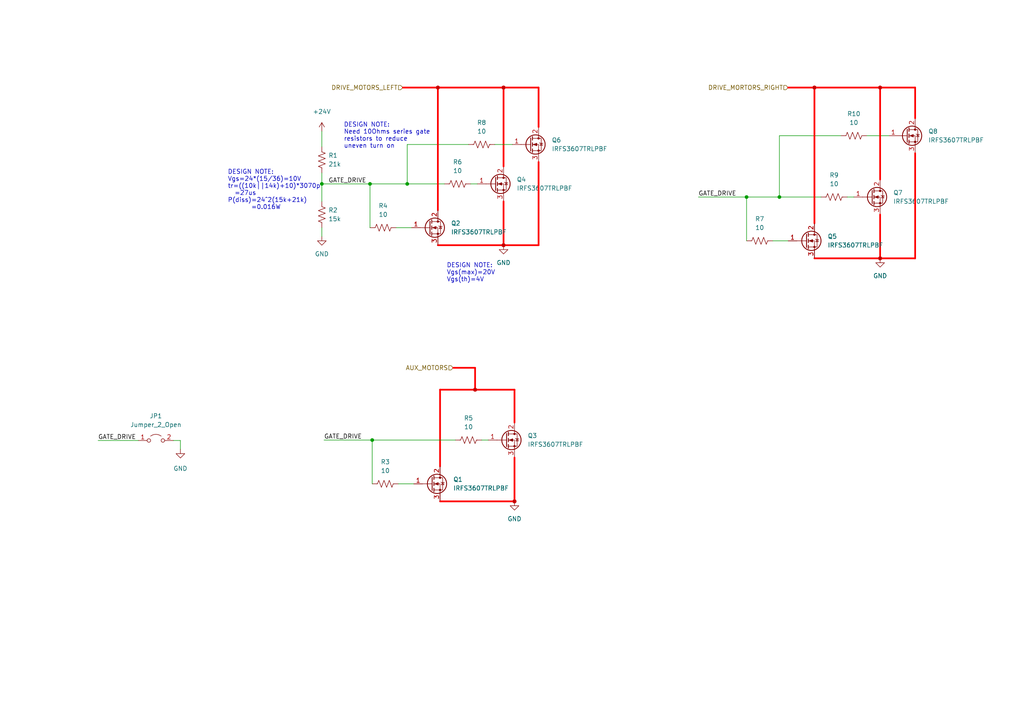
<source format=kicad_sch>
(kicad_sch (version 20211123) (generator eeschema)
  (paper "A4")
  (lib_symbols
    (symbol "Device:Q_NMOS_GDS" (pin_names (offset 0) hide)
      (property "Reference" "Q" (at 5.08 1.27 0))
      (property "Value" "Q_NMOS_GDS" (at 5.08 -1.27 0))
      (symbol "Q_NMOS_GDS_0_1"
        (polyline (pts (xy 0.254 0) (xy -2.54 0)))
        (polyline (pts (xy 0.254 1.905) (xy 0.254 -1.905)) (stroke (width 0.254)))
        (polyline (pts (xy 0.762 -1.27) (xy 0.762 -2.286)) (stroke (width 0.254)))
        (polyline (pts (xy 0.762 0.508) (xy 0.762 -0.508)) (stroke (width 0.254)))
        (polyline (pts (xy 0.762 2.286) (xy 0.762 1.27)) (stroke (width 0.254)))
        (polyline (pts (xy 2.54 2.54) (xy 2.54 1.778)))
        (polyline (pts (xy 2.54 -2.54) (xy 2.54 0) (xy 0.762 0)))
        (polyline (pts (xy 0.762 -1.778) (xy 3.302 -1.778) (xy 3.302 1.778) (xy 0.762 1.778)))
        (polyline (pts (xy 1.016 0) (xy 2.032 0.381) (xy 2.032 -0.381) (xy 1.016 0)) (fill (type outline)))
        (polyline (pts (xy 2.794 0.508) (xy 2.921 0.381) (xy 3.683 0.381) (xy 3.81 0.254)))
        (polyline (pts (xy 3.302 0.381) (xy 2.921 -0.254) (xy 3.683 -0.254) (xy 3.302 0.381)))
        (circle (center 1.651 0) (radius 2.794) (stroke (width 0.254)))
        (circle (center 2.54 -1.778) (radius 0.254) (fill (type outline)))
        (circle (center 2.54 1.778) (radius 0.254) (fill (type outline)))
      )
      (symbol "Q_NMOS_GDS_1_1"
        (pin input line (at -5.08 0 0) (length 2.54) (name "G") (number "1"))
        (pin passive line (at 2.54 5.08 270) (length 2.54) (name "D") (number "2"))
        (pin passive line (at 2.54 -5.08 90) (length 2.54) (name "S") (number "3"))
      )
    )
    (symbol "Device:R_US" (pin_numbers hide) (pin_names (offset 0))
      (property "Reference" "R" (at 2.54 0 90))
      (property "Value" "R_US" (at -2.54 0 90))
      (symbol "R_US_0_1"
        (polyline (pts (xy 0 -2.286) (xy 0 -2.54)))
        (polyline (pts (xy 0 2.286) (xy 0 2.54)))
        (polyline (pts (xy 0 -0.762) (xy 1.016 -1.143) (xy 0 -1.524) (xy -1.016 -1.905) (xy 0 -2.286)))
        (polyline (pts (xy 0 0.762) (xy 1.016 0.381) (xy 0 0) (xy -1.016 -0.381) (xy 0 -0.762)))
        (polyline (pts (xy 0 2.286) (xy 1.016 1.905) (xy 0 1.524) (xy -1.016 1.143) (xy 0 0.762)))
      )
      (symbol "R_US_1_1"
        (pin passive line (at 0 3.81 270) (length 1.27) (name "~") (number "1"))
        (pin passive line (at 0 -3.81 90) (length 1.27) (name "~") (number "2"))
      )
    )
    (symbol "Jumper:Jumper_2_Open" (pin_names (offset 0) hide)
      (property "Reference" "JP" (at 0 2.794 0))
      (property "Value" "Jumper_2_Open" (at 0 -2.286 0))
      (symbol "Jumper_2_Open_0_0"
        (circle (center -2.032 0) (radius 0.508))
        (circle (center 2.032 0) (radius 0.508))
      )
      (symbol "Jumper_2_Open_0_1"
        (arc (start 1.524 1.27) (mid 0 1.778) (end -1.524 1.27))
      )
      (symbol "Jumper_2_Open_1_1"
        (pin passive line (at -5.08 0 0) (length 2.54) (name "A") (number "1"))
        (pin passive line (at 5.08 0 180) (length 2.54) (name "B") (number "2"))
      )
    )
    (symbol "power:+24V" (power) (pin_names (offset 0))
      (property "Value" "+24V" (at 0 3.556 0))
      (symbol "+24V_0_1"
        (polyline (pts (xy -0.762 1.27) (xy 0 2.54)))
        (polyline (pts (xy 0 0) (xy 0 2.54)))
        (polyline (pts (xy 0 2.54) (xy 0.762 1.27)))
      )
      (symbol "+24V_1_1"
        (pin power_in line (at 0 0 90) (length 0) hide (name "+24V") (number "1"))
      )
    )
    (symbol "power:GND" (power) (pin_names (offset 0))
      (property "Value" "GND" (at 0 -3.81 0))
      (symbol "GND_0_1"
        (polyline (pts (xy 0 0) (xy 0 -1.27) (xy 1.27 -1.27) (xy 0 -2.54) (xy -1.27 -1.27) (xy 0 -1.27)))
      )
      (symbol "GND_1_1"
        (pin power_in line (at 0 0 270) (length 0) hide (name "GND") (number "1"))
      )
    )
  )
  (junction (at 146.05 25.4) (diameter 1) (color 194 0 0 1))
  (junction (at 118.11 53.34))
  (junction (at 149.225 145.415) (diameter 1) (color 194 0 0 1))
  (junction (at 216.535 57.15))
  (junction (at 127 25.4) (diameter 1) (color 194 0 0 1))
  (junction (at 146.05 71.12) (diameter 1) (color 194 0 0 1))
  (junction (at 255.27 74.93) (diameter 1) (color 194 0 0 1))
  (junction (at 107.315 53.34))
  (junction (at 236.22 25.4) (diameter 1) (color 194 0 0 1))
  (junction (at 107.95 127.635))
  (junction (at 93.345 53.34))
  (junction (at 137.795 113.03) (diameter 1) (color 194 0 0 1))
  (junction (at 255.27 25.4) (diameter 1) (color 194 0 0 1))
  (junction (at 226.06 57.15))
  (wire (pts (xy 93.98 127.635) (xy 107.95 127.635)))
  (wire (pts (xy 143.51 41.91) (xy 148.59 41.91)))
  (wire (pts (xy 50.292 127.762) (xy 52.324 127.762)))
  (wire (pts (xy 118.11 41.91) (xy 118.11 53.34)))
  (wire (pts (xy 216.535 57.15) (xy 226.06 57.15)))
  (wire (pts (xy 52.324 127.762) (xy 52.324 130.302)))
  (wire (pts (xy 156.21 25.4) (xy 156.21 36.83)) (stroke (width 0.5) (color 255 0 0 1)))
  (wire (pts (xy 156.21 71.12) (xy 146.05 71.12)) (stroke (width 0.5) (color 255 0 0 1)))
  (wire (pts (xy 236.22 25.4) (xy 255.27 25.4)) (stroke (width 0.5) (color 255 0 0 1)))
  (wire (pts (xy 228.6 25.4) (xy 236.22 25.4)) (stroke (width 0.5) (color 255 0 0 1)))
  (wire (pts (xy 107.315 53.34) (xy 118.11 53.34)))
  (wire (pts (xy 28.448 127.762) (xy 40.132 127.762)))
  (wire (pts (xy 265.43 25.4) (xy 265.43 34.29)) (stroke (width 0.5) (color 255 0 0 1)))
  (wire (pts (xy 146.05 25.4) (xy 156.21 25.4)) (stroke (width 0.5) (color 255 0 0 1)))
  (wire (pts (xy 116.84 25.4) (xy 127 25.4)) (stroke (width 0.5) (color 255 0 0 1)))
  (wire (pts (xy 118.11 53.34) (xy 128.905 53.34)))
  (wire (pts (xy 226.06 57.15) (xy 238.125 57.15)))
  (wire (pts (xy 137.795 113.03) (xy 137.795 106.68)) (stroke (width 0.5) (color 255 0 0 1)))
  (wire (pts (xy 93.345 53.34) (xy 93.345 58.42)))
  (wire (pts (xy 93.345 66.04) (xy 93.345 68.58)))
  (wire (pts (xy 265.43 44.45) (xy 265.43 74.93)) (stroke (width 0.5) (color 255 0 0 1)))
  (wire (pts (xy 245.745 57.15) (xy 247.65 57.15)))
  (wire (pts (xy 251.46 39.37) (xy 257.81 39.37)))
  (wire (pts (xy 149.225 145.415) (xy 149.225 132.715)) (stroke (width 0.5) (color 255 0 0 1)))
  (wire (pts (xy 156.21 46.99) (xy 156.21 71.12)) (stroke (width 0.5) (color 255 0 0 1)))
  (wire (pts (xy 255.27 25.4) (xy 255.27 52.07)) (stroke (width 0.5) (color 255 0 0 1)))
  (wire (pts (xy 119.38 66.04) (xy 114.935 66.04)))
  (wire (pts (xy 202.565 57.15) (xy 216.535 57.15)))
  (wire (pts (xy 255.27 74.93) (xy 255.27 62.23)) (stroke (width 0.5) (color 255 0 0 1)))
  (wire (pts (xy 127.635 113.03) (xy 137.795 113.03)) (stroke (width 0.5) (color 255 0 0 1)))
  (wire (pts (xy 127 71.12) (xy 146.05 71.12)) (stroke (width 0.5) (color 255 0 0 1)))
  (wire (pts (xy 265.43 74.93) (xy 255.27 74.93)) (stroke (width 0.5) (color 255 0 0 1)))
  (wire (pts (xy 136.525 53.34) (xy 138.43 53.34)))
  (wire (pts (xy 146.05 71.12) (xy 146.05 58.42)) (stroke (width 0.5) (color 255 0 0 1)))
  (wire (pts (xy 255.27 25.4) (xy 265.43 25.4)) (stroke (width 0.5) (color 255 0 0 1)))
  (wire (pts (xy 146.05 25.4) (xy 146.05 48.26)) (stroke (width 0.5) (color 255 0 0 1)))
  (wire (pts (xy 107.95 140.335) (xy 107.95 127.635)))
  (wire (pts (xy 216.535 69.85) (xy 216.535 57.15)))
  (wire (pts (xy 226.06 39.37) (xy 226.06 57.15)))
  (wire (pts (xy 139.7 127.635) (xy 141.605 127.635)))
  (wire (pts (xy 149.225 113.03) (xy 149.225 122.555)) (stroke (width 0.5) (color 255 0 0 1)))
  (wire (pts (xy 127.635 145.415) (xy 149.225 145.415)) (stroke (width 0.5) (color 255 0 0 1)))
  (wire (pts (xy 135.89 41.91) (xy 118.11 41.91)))
  (wire (pts (xy 93.345 50.165) (xy 93.345 53.34)))
  (wire (pts (xy 236.22 74.93) (xy 255.27 74.93)) (stroke (width 0.5) (color 255 0 0 1)))
  (wire (pts (xy 127.635 135.255) (xy 127.635 113.03)) (stroke (width 0.5) (color 255 0 0 1)))
  (wire (pts (xy 137.795 113.03) (xy 149.225 113.03)) (stroke (width 0.5) (color 255 0 0 1)))
  (wire (pts (xy 137.795 106.68) (xy 131.445 106.68)) (stroke (width 0.5) (color 255 0 0 1)))
  (wire (pts (xy 127 25.4) (xy 146.05 25.4)) (stroke (width 0.5) (color 255 0 0 1)))
  (wire (pts (xy 236.22 64.77) (xy 236.22 25.4)) (stroke (width 0.5) (color 255 0 0 1)))
  (wire (pts (xy 228.6 69.85) (xy 224.155 69.85)))
  (wire (pts (xy 93.345 53.34) (xy 107.315 53.34)))
  (wire (pts (xy 120.015 140.335) (xy 115.57 140.335)))
  (wire (pts (xy 107.315 66.04) (xy 107.315 53.34)))
  (wire (pts (xy 127 25.4) (xy 127 60.96)) (stroke (width 0.5) (color 255 0 0 1)))
  (wire (pts (xy 93.345 38.1) (xy 93.345 42.545)))
  (wire (pts (xy 107.95 127.635) (xy 132.08 127.635)))
  (wire (pts (xy 243.84 39.37) (xy 226.06 39.37)))
  (text "DESIGN NOTE:\nVgs(max)=20V\nVgs(th)=4V" (at 129.54 81.915 0) (effects (font (size 1.27 1.27)) (justify left bottom)))
  (text "DESIGN NOTE:\nNeed 10Ohms series gate\nresistors to reduce \nuneven turn on" (at 99.695 43.18 0) (effects (font (size 1.27 1.27)) (justify left bottom)))
  (text "DESIGN NOTE:\nVgs=24*(15/36)=10V\ntr=((10k||14k)+10)*3070p\n  =27us\nP(diss)=24^2(15k+21k)\n       =0.016W\n" (at 66.04 60.96 0) (effects (font (size 1.27 1.27)) (justify left bottom)))
  (label "GATE_DRIVE" (at 95.25 53.34 0))
  (label "GATE_DRIVE" (at 93.98 127.635 0))
  (label "GATE_DRIVE" (at 202.565 57.15 0))
  (label "GATE_DRIVE" (at 28.448 127.762 0))
  (hierarchical_label "AUX_MOTORS" (shape input) (at 131.445 106.68 180))
  (hierarchical_label "DRIVE_MORTORS_RIGHT" (shape input) (at 228.6 25.4 180))
  (hierarchical_label "DRIVE_MOTORS_LEFT" (shape input) (at 116.84 25.4 180))
  (symbol (lib_id "Device:R_US") (at 139.7 41.91 90) (unit 1)
    (property "Reference" "R8" (at 139.7 35.56 90))
    (property "Value" "10" (at 139.7 38.1 90))
    (property "Footprint" "Resistor_SMD:R_0402_1005Metric" (effects hide))
  )
  (symbol (lib_id "Device:Q_NMOS_GDS") (at 125.095 140.335 0) (unit 1)
    (property "Reference" "Q1" (at 131.445 139.0649 0) (effects (justify left)))
    (property "Value" "IRFS3607TRLPBF" (at 131.445 141.6049 0) (effects (justify left)))
    (property "Footprint" "Package_TO_SOT_SMD:TO-263-2" (effects hide))
    (property "Datasheet" "https://www.infineon.com/dgdl/irfs3607pbf.pdf?fileId=5546d462533600a401535636a42b2176" (effects hide))
  )
  (symbol (lib_id "Device:Q_NMOS_GDS") (at 124.46 66.04 0) (unit 1)
    (property "Reference" "Q2" (at 130.81 64.7699 0) (effects (justify left)))
    (property "Value" "IRFS3607TRLPBF" (at 130.81 67.3099 0) (effects (justify left)))
    (property "Footprint" "Package_TO_SOT_SMD:TO-263-2" (effects hide))
    (property "Datasheet" "https://www.infineon.com/dgdl/irfs3607pbf.pdf?fileId=5546d462533600a401535636a42b2176" (effects hide))
  )
  (symbol (lib_id "Device:R_US") (at 111.76 140.335 90) (unit 1)
    (property "Reference" "R3" (at 111.76 133.985 90))
    (property "Value" "10" (at 111.76 136.525 90))
    (property "Footprint" "Resistor_SMD:R_0402_1005Metric" (effects hide))
  )
  (symbol (lib_id "power:GND") (at 149.225 145.415 0) (unit 1)
    (property "Reference" "#PWR07" (effects hide))
    (property "Value" "GND" (at 149.225 150.495 0))
  )
  (symbol (lib_id "Device:R_US") (at 241.935 57.15 90) (unit 1)
    (property "Reference" "R9" (at 241.935 50.8 90))
    (property "Value" "10" (at 241.935 53.34 90))
    (property "Footprint" "Resistor_SMD:R_0402_1005Metric" (effects hide))
  )
  (symbol (lib_id "Device:R_US") (at 247.65 39.37 90) (unit 1)
    (property "Reference" "R10" (at 247.65 33.02 90))
    (property "Value" "10" (at 247.65 35.56 90))
    (property "Footprint" "Resistor_SMD:R_0402_1005Metric" (effects hide))
  )
  (symbol (lib_id "Device:Q_NMOS_GDS") (at 153.67 41.91 0) (unit 1)
    (property "Reference" "Q6" (at 160.02 40.6399 0) (effects (justify left)))
    (property "Value" "IRFS3607TRLPBF" (at 160.02 43.1799 0) (effects (justify left)))
    (property "Footprint" "Package_TO_SOT_SMD:TO-263-2" (effects hide))
    (property "Datasheet" "https://www.infineon.com/dgdl/irfs3607pbf.pdf?fileId=5546d462533600a401535636a42b2176" (effects hide))
  )
  (symbol (lib_id "Device:Q_NMOS_GDS") (at 143.51 53.34 0) (unit 1)
    (property "Reference" "Q4" (at 149.86 52.0699 0) (effects (justify left)))
    (property "Value" "IRFS3607TRLPBF" (at 149.86 54.6099 0) (effects (justify left)))
    (property "Footprint" "Package_TO_SOT_SMD:TO-263-2" (effects hide))
    (property "Datasheet" "https://www.infineon.com/dgdl/irfs3607pbf.pdf?fileId=5546d462533600a401535636a42b2176" (effects hide))
  )
  (symbol (lib_id "Device:Q_NMOS_GDS") (at 233.68 69.85 0) (unit 1)
    (property "Reference" "Q5" (at 240.03 68.5799 0) (effects (justify left)))
    (property "Value" "IRFS3607TRLPBF" (at 240.03 71.1199 0) (effects (justify left)))
    (property "Footprint" "Package_TO_SOT_SMD:TO-263-2" (effects hide))
    (property "Datasheet" "https://www.infineon.com/dgdl/irfs3607pbf.pdf?fileId=5546d462533600a401535636a42b2176" (effects hide))
  )
  (symbol (lib_id "Device:Q_NMOS_GDS") (at 146.685 127.635 0) (unit 1)
    (property "Reference" "Q3" (at 153.035 126.3649 0) (effects (justify left)))
    (property "Value" "IRFS3607TRLPBF" (at 153.035 128.9049 0) (effects (justify left)))
    (property "Footprint" "Package_TO_SOT_SMD:TO-263-2" (effects hide))
    (property "Datasheet" "https://www.infineon.com/dgdl/irfs3607pbf.pdf?fileId=5546d462533600a401535636a42b2176" (effects hide))
  )
  (symbol (lib_id "Jumper:Jumper_2_Open") (at 45.212 127.762 0) (unit 1)
    (property "Reference" "JP1" (at 45.212 120.65 0))
    (property "Value" "Jumper_2_Open" (at 45.212 123.19 0))
    (property "Footprint" "Connector_PinHeader_2.54mm:PinHeader_1x02_P2.54mm_Vertical" (effects hide))
  )
  (symbol (lib_id "Device:R_US") (at 132.715 53.34 90) (unit 1)
    (property "Reference" "R6" (at 132.715 46.99 90))
    (property "Value" "10" (at 132.715 49.53 90))
    (property "Footprint" "Resistor_SMD:R_0402_1005Metric" (effects hide))
  )
  (symbol (lib_id "Device:R_US") (at 220.345 69.85 90) (unit 1)
    (property "Reference" "R7" (at 220.345 63.5 90))
    (property "Value" "10" (at 220.345 66.04 90))
    (property "Footprint" "Resistor_SMD:R_0402_1005Metric" (effects hide))
  )
  (symbol (lib_id "power:GND") (at 146.05 71.12 0) (unit 1)
    (property "Reference" "#PWR08" (effects hide))
    (property "Value" "GND" (at 146.05 76.2 0))
  )
  (symbol (lib_id "Device:R_US") (at 93.345 46.355 0) (unit 1)
    (property "Reference" "R1" (at 95.25 45.0849 0) (effects (justify left)))
    (property "Value" "21k" (at 95.25 47.6249 0) (effects (justify left)))
    (property "Footprint" "Resistor_SMD:R_0402_1005Metric" (effects hide))
  )
  (symbol (lib_id "Device:R_US") (at 111.125 66.04 90) (unit 1)
    (property "Reference" "R4" (at 111.125 59.69 90))
    (property "Value" "10" (at 111.125 62.23 90))
    (property "Footprint" "Resistor_SMD:R_0402_1005Metric" (effects hide))
  )
  (symbol (lib_id "Device:Q_NMOS_GDS") (at 252.73 57.15 0) (unit 1)
    (property "Reference" "Q7" (at 259.08 55.8799 0) (effects (justify left)))
    (property "Value" "IRFS3607TRLPBF" (at 259.08 58.4199 0) (effects (justify left)))
    (property "Footprint" "Package_TO_SOT_SMD:TO-263-2" (effects hide))
    (property "Datasheet" "https://www.infineon.com/dgdl/irfs3607pbf.pdf?fileId=5546d462533600a401535636a42b2176" (effects hide))
  )
  (symbol (lib_id "power:GND") (at 93.345 68.58 0) (unit 1)
    (property "Reference" "#PWR06" (effects hide))
    (property "Value" "GND" (at 93.345 73.66 0))
  )
  (symbol (lib_id "power:GND") (at 52.324 130.302 0) (unit 1)
    (property "Reference" "#PWR04" (effects hide))
    (property "Value" "GND" (at 52.324 135.89 0))
  )
  (symbol (lib_id "Device:R_US") (at 135.89 127.635 90) (unit 1)
    (property "Reference" "R5" (at 135.89 121.285 90))
    (property "Value" "10" (at 135.89 123.825 90))
    (property "Footprint" "Resistor_SMD:R_0402_1005Metric" (effects hide))
  )
  (symbol (lib_id "power:+24V") (at 93.345 38.1 0) (unit 1)
    (property "Reference" "#PWR05" (effects hide))
    (property "Value" "+24V" (at 93.345 32.385 0))
  )
  (symbol (lib_id "Device:R_US") (at 93.345 62.23 180) (unit 1)
    (property "Reference" "R2" (at 95.25 60.9599 0) (effects (justify right)))
    (property "Value" "15k" (at 95.25 63.4999 0) (effects (justify right)))
    (property "Footprint" "Resistor_SMD:R_0402_1005Metric" (effects hide))
  )
  (symbol (lib_id "power:GND") (at 255.27 74.93 0) (unit 1)
    (property "Reference" "#PWR09" (effects hide))
    (property "Value" "GND" (at 255.27 80.01 0))
  )
  (symbol (lib_id "Device:Q_NMOS_GDS") (at 262.89 39.37 0) (unit 1)
    (property "Reference" "Q8" (at 269.24 38.0999 0) (effects (justify left)))
    (property "Value" "IRFS3607TRLPBF" (at 269.24 40.6399 0) (effects (justify left)))
    (property "Footprint" "Package_TO_SOT_SMD:TO-263-2" (effects hide))
    (property "Datasheet" "https://www.infineon.com/dgdl/irfs3607pbf.pdf?fileId=5546d462533600a401535636a42b2176" (effects hide))
  )
)
</source>
